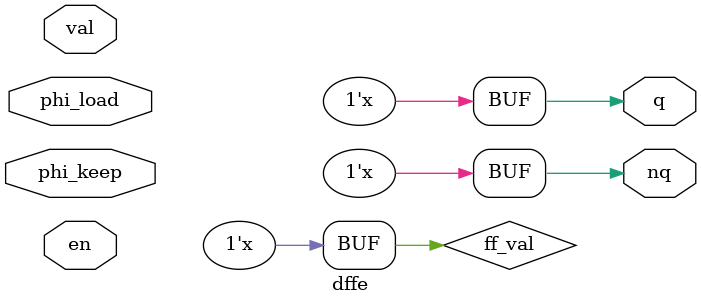
<source format=v>

module dffe (phi_load, phi_keep, en, val, q, nq);

	input phi_load;		// PHI phase during which the FF value can be modified
	input phi_keep;		// PHI phase during which the current value is "holding".
	input en;			// 1: Writing a value is enabled
	input val;			// New value
	output q;			// Current value
	output nq;			// Current value (inverted)

	reg ff_val;

	always @(phi_keep)
		begin
			ff_val <= ff_val;
		end

	always @(phi_load)
		if (en)
		begin
			ff_val <= val;
		end

	assign q = ff_val;
	assign nq = ~ff_val;

endmodule // dffe

</source>
